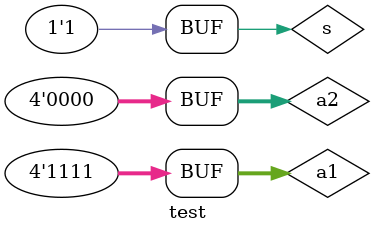
<source format=sv>
`timescale 1 ns / 1 ns

module test;
    reg  [3:0] a1;
    reg  [3:0] a2;
    reg s;
    wire [3:0] y;

    mux2 UUT (.a1(a1),.a2(a2), .s(s), .y(y));
    initial
      begin
        $dumpfile("waveforms.vcd");
        $dumpvars(0,test);
      end
    initial
        begin
            a1 = 4'b1111;
            a2 = 4'b0000;
            s = 0;
            #100;
            s = 1;
            #100;



        end

    initial
        begin
            $display("a1 a2 s y");
            $monitor("%b %b %b  %b", a1, a2, s, y);
        end
endmodule
</source>
